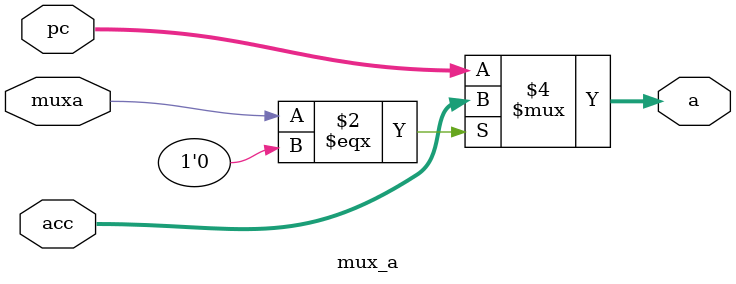
<source format=v>
module mux_a(
	     muxa,
	     acc,
	     pc,
	     a);
   
   input wire muxa;
   input wire [7:0] acc;
   input wire [7:0] pc;
   output reg [7:0] a;
   
   always @(*)
     begin
	if(muxa === 1'b0)
	  begin
	     a <= acc;
	  end
	else
	  begin
	     a <= pc;
	  end
     end // always @ (*)
endmodule // mux_a


</source>
